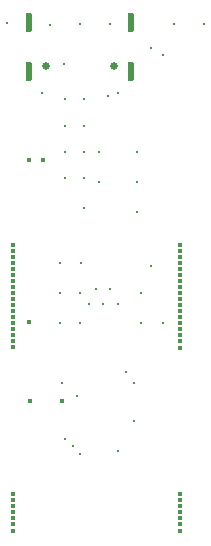
<source format=gbr>
G04 DesignSpark PCB PRO Gerber Version 10.0 Build 5299*
G04 #@! TF.Part,Single*
G04 #@! TF.FilePolarity,Positive*
%FSLAX35Y35*%
%MOIN*%
G04 #@! TA.AperFunction,ViaDrill*
%ADD74C,0.01181*%
G04 #@! TA.AperFunction,MechanicalDrill*
%ADD75C,0.01575*%
G04 #@! TA.AperFunction,ViaDrill*
%ADD73C,0.01600*%
G04 #@! TA.AperFunction,ComponentDrill*
%ADD76C,0.02362*%
%ADD77C,0.02559*%
G04 #@! TD.AperFunction*
X0Y0D02*
D02*
D73*
X31647Y139814D03*
X31757Y85899D03*
X32007Y59566D03*
X36375Y139814D03*
X42615Y59566D03*
D02*
D74*
X24284Y185589D03*
X36140Y162126D03*
X38779Y184965D03*
X41991Y85400D03*
Y95384D03*
Y105369D03*
X42615Y65431D03*
X43379Y171899D03*
X43628Y133795D03*
Y142531D03*
Y151268D03*
Y160129D03*
X43803Y46760D03*
X46424Y44589D03*
X47732Y61063D03*
X48731Y85525D03*
Y95384D03*
X48803Y41961D03*
Y185061D03*
X48856Y105369D03*
X49979Y123964D03*
X49993Y133795D03*
Y142531D03*
Y151268D03*
Y160129D03*
X51722Y91760D03*
X54097Y96757D03*
X55029Y142483D03*
X55096Y132483D03*
X56344Y91765D03*
X57975Y161002D03*
X58715Y96757D03*
X58803Y185061D03*
X61336Y91890D03*
X61350Y162250D03*
X61424Y42717D03*
X63924Y69260D03*
X66578Y65431D03*
X66702Y52826D03*
X67529Y132483D03*
Y142483D03*
X67576Y122467D03*
X68949Y85400D03*
Y95509D03*
X72208Y104370D03*
Y177259D03*
X76312Y85400D03*
Y174759D03*
X80029Y184983D03*
X90029D03*
D02*
D75*
X26255Y16260D03*
Y18477D03*
Y20575D03*
Y22575D03*
Y24575D03*
Y26575D03*
Y28575D03*
Y77431D03*
Y79529D03*
Y81529D03*
Y83529D03*
Y85529D03*
Y87529D03*
Y89529D03*
Y91480D03*
Y93480D03*
Y95480D03*
Y97480D03*
Y99480D03*
Y101480D03*
Y103577D03*
Y105577D03*
Y107577D03*
Y109577D03*
Y111577D03*
X81917Y18477D03*
Y20575D03*
Y22575D03*
Y24575D03*
Y26575D03*
Y28575D03*
Y77268D03*
Y79365D03*
Y81365D03*
Y83365D03*
Y85365D03*
Y87365D03*
Y89365D03*
Y91316D03*
Y93316D03*
Y95316D03*
Y97316D03*
Y99316D03*
Y101316D03*
Y103413D03*
Y105413D03*
Y107413D03*
Y109413D03*
Y111413D03*
X81919Y16260D03*
D02*
D76*
X31795Y166991D03*
Y167766D03*
Y168565D03*
Y169156D03*
Y169746D03*
Y170534D03*
Y171321D03*
Y183447D03*
Y184235D03*
Y185022D03*
Y185613D03*
Y186203D03*
Y186991D03*
Y187778D03*
X65811Y166991D03*
Y167766D03*
Y168565D03*
Y169156D03*
Y169746D03*
Y170534D03*
Y171321D03*
Y183447D03*
Y184235D03*
Y185022D03*
Y185613D03*
Y186203D03*
Y186991D03*
Y187778D03*
D02*
D77*
X37425Y171124D03*
X60181D03*
X0Y0D02*
M02*

</source>
